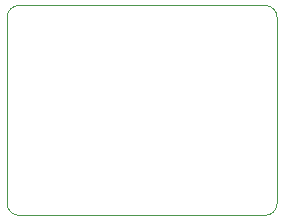
<source format=gbr>
%TF.GenerationSoftware,KiCad,Pcbnew,5.1.9-73d0e3b20d~88~ubuntu20.04.1*%
%TF.CreationDate,2021-03-05T17:06:57-06:00*%
%TF.ProjectId,avricsp-breakout,61767269-6373-4702-9d62-7265616b6f75,rev?*%
%TF.SameCoordinates,Original*%
%TF.FileFunction,Profile,NP*%
%FSLAX46Y46*%
G04 Gerber Fmt 4.6, Leading zero omitted, Abs format (unit mm)*
G04 Created by KiCad (PCBNEW 5.1.9-73d0e3b20d~88~ubuntu20.04.1) date 2021-03-05 17:06:57*
%MOMM*%
%LPD*%
G01*
G04 APERTURE LIST*
%TA.AperFunction,Profile*%
%ADD10C,0.050000*%
%TD*%
G04 APERTURE END LIST*
D10*
X139446000Y-121158000D02*
G75*
G02*
X138430000Y-122174000I-1016000J0D01*
G01*
X117602000Y-122174000D02*
G75*
G02*
X116586000Y-121158000I0J1016000D01*
G01*
X116586000Y-105410000D02*
G75*
G02*
X117602000Y-104394000I1016000J0D01*
G01*
X138430000Y-104394000D02*
G75*
G02*
X139446000Y-105410000I0J-1016000D01*
G01*
X139446000Y-121158000D02*
X139446000Y-105410000D01*
X117602000Y-122174000D02*
X138430000Y-122174000D01*
X116586000Y-105410000D02*
X116586000Y-121158000D01*
X138430000Y-104394000D02*
X117602000Y-104394000D01*
M02*

</source>
